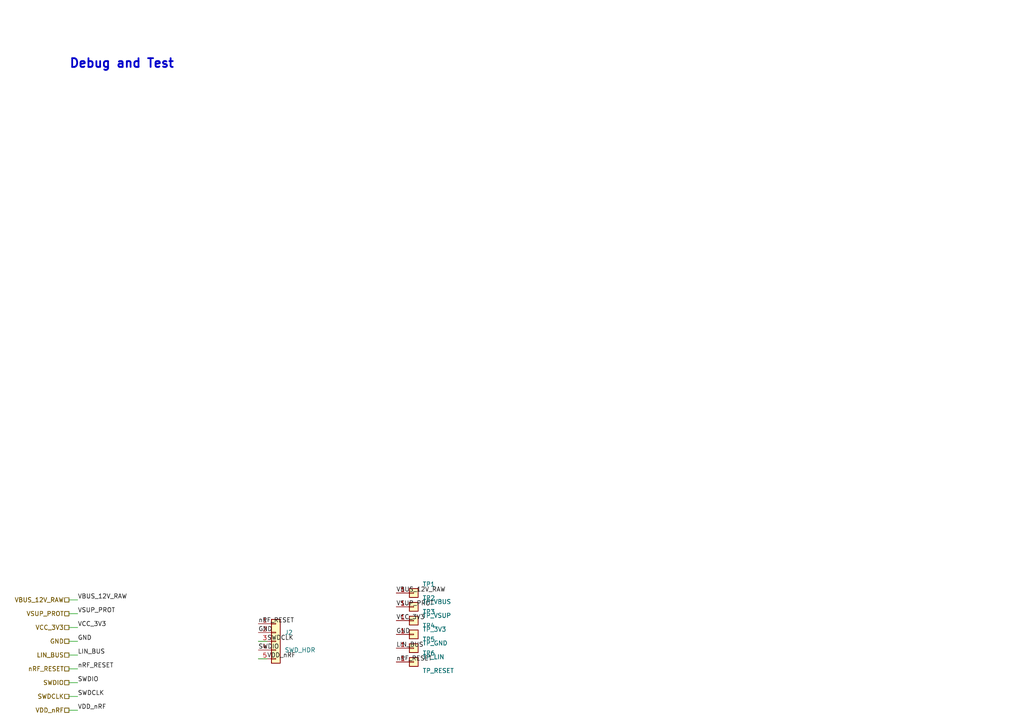
<source format=kicad_sch>
(kicad_sch (version 20250114) (generator "eeschema") (generator_version "9.0")
  (paper "A4")
  (lib_symbols
    (symbol "Connector_Generic:Conn_01x01" (pin_names (offset 1.016) (hide yes))
      (property "Reference" "J" (at 0 2.54 0))
      (property "Value" "Conn_01x01" (at 0 -2.54 0))
      (symbol "Conn_01x01_1_1"
        (rectangle (start -1.27 1.27) (end 1.27 -1.27) (stroke (width 0.254)) (fill (type background)))
        (rectangle (start -1.27 0.127) (end 0 -0.127) (stroke (width 0.1524)))
        (pin passive line (at -5.08 0 0) (length 3.81) (name "Pin_1") (number "1"))
      )
    )
    (symbol "Connector_Generic:Conn_01x03" (pin_names (offset 1.016) (hide yes))
      (property "Reference" "J" (at 0 5.08 0))
      (property "Value" "Conn_01x03" (at 0 -5.08 0))
      (symbol "Conn_01x03_1_1"
        (rectangle (start -1.27 3.81) (end 1.27 -3.81) (stroke (width 0.254)) (fill (type background)))
        (rectangle (start -1.27 2.667) (end 0 2.413) (stroke (width 0.1524)))
        (rectangle (start -1.27 0.127) (end 0 -0.127) (stroke (width 0.1524)))
        (rectangle (start -1.27 -2.413) (end 0 -2.667) (stroke (width 0.1524)))
        (pin passive line (at -5.08 2.54 0) (length 3.81) (name "Pin_1") (number "1"))
        (pin passive line (at -5.08 0 0) (length 3.81) (name "Pin_2") (number "2"))
        (pin passive line (at -5.08 -2.54 0) (length 3.81) (name "Pin_3") (number "3"))
      )
    )
    (symbol "Connector_Generic:Conn_01x05" (pin_names (offset 1.016) (hide yes))
      (property "Reference" "J" (at 0 7.62 0))
      (property "Value" "Conn_01x05" (at 0 -7.62 0))
      (symbol "Conn_01x05_1_1"
        (rectangle (start -1.27 6.35) (end 1.27 -6.35) (stroke (width 0.254)) (fill (type background)))
        (rectangle (start -1.27 5.207) (end 0 4.953) (stroke (width 0.1524)))
        (rectangle (start -1.27 2.667) (end 0 2.413) (stroke (width 0.1524)))
        (rectangle (start -1.27 0.127) (end 0 -0.127) (stroke (width 0.1524)))
        (rectangle (start -1.27 -2.413) (end 0 -2.667) (stroke (width 0.1524)))
        (rectangle (start -1.27 -4.953) (end 0 -5.207) (stroke (width 0.1524)))
        (pin passive line (at -5.08 5.08 0) (length 3.81) (name "Pin_1") (number "1"))
        (pin passive line (at -5.08 2.54 0) (length 3.81) (name "Pin_2") (number "2"))
        (pin passive line (at -5.08 0 0) (length 3.81) (name "Pin_3") (number "3"))
        (pin passive line (at -5.08 -2.54 0) (length 3.81) (name "Pin_4") (number "4"))
        (pin passive line (at -5.08 -5.08 0) (length 3.81) (name "Pin_5") (number "5"))
      )
    )
    (symbol "Device:Antenna_Chip" (pin_numbers (hide yes)) (pin_names (offset 1.016) (hide yes))
      (property "Reference" "AE" (at 0 5.08 0))
      (property "Value" "Antenna_Chip" (at 0 3.175 0))
      (symbol "Antenna_Chip_0_1"
        (polyline (pts (xy -2.54 0) (xy -2.54 -0.635)) (stroke (width 0.254)))
        (polyline (pts (xy -2.54 0) (xy -1.27 0)) (stroke (width 0.254)))
        (polyline (pts (xy -1.27 1.27) (xy -1.27 -1.27) (xy -1.27 0)) (stroke (width 0.254)))
        (polyline (pts (xy -0.635 1.27) (xy 0.635 1.27) (xy 0.635 -1.27) (xy -0.635 -1.27) (xy -0.635 1.27)) (stroke (width 0.254)))
        (polyline (pts (xy 1.27 1.27) (xy 1.27 -1.27)) (stroke (width 0.254)))
        (polyline (pts (xy 1.27 0) (xy 2.54 0)) (stroke (width 0.254)))
        (polyline (pts (xy 2.54 6.985) (xy 2.54 -1.905)) (stroke (width 0.254)))
        (polyline (pts (xy 2.54 -0.635) (xy 2.54 0)))
        (polyline (pts (xy 3.81 6.985) (xy 2.54 1.905) (xy 1.27 6.985)) (stroke (width 0.254)))
      )
      (symbol "Antenna_Chip_1_1"
        (pin input line (at -2.54 -2.54 90) (length 2.54) (name "FEED") (number "1"))
        (pin passive line (at 2.54 -2.54 90) (length 2.54) (name "PCB_Trace") (number "2"))
      )
    )
    (symbol "Device:C" (pin_numbers (hide yes)) (pin_names (offset 0.254))
      (property "Reference" "C" (at 0.635 2.54 0))
      (property "Value" "C" (at 0.635 -2.54 0))
      (symbol "C_0_1"
        (polyline (pts (xy -2.032 0.762) (xy 2.032 0.762)) (stroke (width 0.508)))
        (polyline (pts (xy -2.032 -0.762) (xy 2.032 -0.762)) (stroke (width 0.508)))
      )
      (symbol "C_1_1"
        (pin passive line (at 0 3.81 270) (length 2.794) (name "~") (number "1"))
        (pin passive line (at 0 -3.81 90) (length 2.794) (name "~") (number "2"))
      )
    )
    (symbol "Device:Crystal" (pin_numbers (hide yes)) (pin_names (offset 1.016) (hide yes))
      (property "Reference" "Y" (at 0 3.81 0))
      (property "Value" "Crystal" (at 0 -3.81 0))
      (symbol "Crystal_0_1"
        (polyline (pts (xy -2.54 0) (xy -1.905 0)))
        (polyline (pts (xy -1.905 -1.27) (xy -1.905 1.27)) (stroke (width 0.508)))
        (rectangle (start -1.143 2.54) (end 1.143 -2.54) (stroke (width 0.3048)))
        (polyline (pts (xy 1.905 -1.27) (xy 1.905 1.27)) (stroke (width 0.508)))
        (polyline (pts (xy 2.54 0) (xy 1.905 0)))
      )
      (symbol "Crystal_1_1"
        (pin passive line (at -3.81 0 0) (length 1.27) (name "1") (number "1"))
        (pin passive line (at 3.81 0 180) (length 1.27) (name "2") (number "2"))
      )
    )
    (symbol "Device:D" (pin_numbers (hide yes)) (pin_names (offset 1.016) (hide yes))
      (property "Reference" "D" (at 0 2.54 0))
      (property "Value" "D" (at 0 -2.54 0))
      (symbol "D_0_1"
        (polyline (pts (xy -1.27 1.27) (xy -1.27 -1.27)) (stroke (width 0.254)))
        (polyline (pts (xy 1.27 1.27) (xy 1.27 -1.27) (xy -1.27 0) (xy 1.27 1.27)) (stroke (width 0.254)))
        (polyline (pts (xy 1.27 0) (xy -1.27 0)))
      )
      (symbol "D_1_1"
        (pin passive line (at -3.81 0 0) (length 2.54) (name "K") (number "1"))
        (pin passive line (at 3.81 0 180) (length 2.54) (name "A") (number "2"))
      )
    )
    (symbol "Device:FerriteBead" (pin_numbers (hide yes)) (pin_names (offset 0))
      (property "Reference" "FB" (at -3.81 0.635 90))
      (property "Value" "FerriteBead" (at 3.81 0 90))
      (symbol "FerriteBead_0_1"
        (polyline (pts (xy -2.7686 0.4064) (xy -1.7018 2.2606) (xy 2.7686 -0.3048) (xy 1.6764 -2.159) (xy -2.7686 0.4064)))
        (polyline (pts (xy 0 1.27) (xy 0 1.2954)))
        (polyline (pts (xy 0 -1.27) (xy 0 -1.2192)))
      )
      (symbol "FerriteBead_1_1"
        (pin passive line (at 0 3.81 270) (length 2.54) (name "~") (number "1"))
        (pin passive line (at 0 -3.81 90) (length 2.54) (name "~") (number "2"))
      )
    )
    (symbol "Device:L" (pin_numbers (hide yes)) (pin_names (offset 1.016) (hide yes))
      (property "Reference" "L" (at -1.27 0 90))
      (property "Value" "L" (at 1.905 0 90))
      (symbol "L_0_1"
        (arc (start 0 2.54) (mid 0.6323 1.905) (end 0 1.27))
        (arc (start 0 1.27) (mid 0.6323 0.635) (end 0 0))
        (arc (start 0 0) (mid 0.6323 -0.635) (end 0 -1.27))
        (arc (start 0 -1.27) (mid 0.6323 -1.905) (end 0 -2.54))
      )
      (symbol "L_1_1"
        (pin passive line (at 0 3.81 270) (length 1.27) (name "1") (number "1"))
        (pin passive line (at 0 -3.81 90) (length 1.27) (name "2") (number "2"))
      )
    )
    (symbol "Device:R" (pin_numbers (hide yes)) (pin_names (offset 0))
      (property "Reference" "R" (at 2.032 0 90))
      (property "Value" "R" (at 0 0 90))
      (symbol "R_0_1"
        (rectangle (start -1.016 -2.54) (end 1.016 2.54) (stroke (width 0.254)))
      )
      (symbol "R_1_1"
        (pin passive line (at 0 3.81 270) (length 1.27) (name "~") (number "1"))
        (pin passive line (at 0 -3.81 90) (length 1.27) (name "~") (number "2"))
      )
    )
  )
  (text "Debug and Test" (at 20 20 0) (effects (font (size 2.54 2.54) (thickness 0.508) (bold yes)) (justify left bottom)))
  (hierarchical_label "VBUS_12V_RAW" (shape passive) (at 20 174 180))
  (hierarchical_label "VSUP_PROT" (shape passive) (at 20 178 180))
  (hierarchical_label "VCC_3V3" (shape passive) (at 20 182 180))
  (hierarchical_label "GND" (shape passive) (at 20 186 180))
  (hierarchical_label "LIN_BUS" (shape passive) (at 20 190 180))
  (hierarchical_label "nRF_RESET" (shape passive) (at 20 194 180))
  (hierarchical_label "SWDIO" (shape passive) (at 20 198 180))
  (hierarchical_label "SWDCLK" (shape passive) (at 20 202 180))
  (hierarchical_label "VDD_nRF" (shape passive) (at 20 206 180))
  (symbol (lib_id "Connector_Generic:Conn_01x05") (at 80 186 0) (unit 1)
    (property "Reference" "J2" (at 82.54 183.46 0) (effects (justify left)))
    (property "Value" "SWD_HDR" (at 82.54 188.54 0) (effects (justify left)))
  )
  (symbol (lib_id "Connector_Generic:Conn_01x01") (at 120 172 0) (unit 1)
    (property "Reference" "TP1" (at 122.54 169.46 0) (effects (justify left)))
    (property "Value" "TP_VBUS" (at 122.54 174.54 0) (effects (justify left)))
  )
  (symbol (lib_id "Connector_Generic:Conn_01x01") (at 120 176 0) (unit 1)
    (property "Reference" "TP2" (at 122.54 173.46 0) (effects (justify left)))
    (property "Value" "TP_VSUP" (at 122.54 178.54 0) (effects (justify left)))
  )
  (symbol (lib_id "Connector_Generic:Conn_01x01") (at 120 180 0) (unit 1)
    (property "Reference" "TP3" (at 122.54 177.46 0) (effects (justify left)))
    (property "Value" "TP_3V3" (at 122.54 182.54 0) (effects (justify left)))
  )
  (symbol (lib_id "Connector_Generic:Conn_01x01") (at 120 184 0) (unit 1)
    (property "Reference" "TP4" (at 122.54 181.46 0) (effects (justify left)))
    (property "Value" "TP_GND" (at 122.54 186.54 0) (effects (justify left)))
  )
  (symbol (lib_id "Connector_Generic:Conn_01x01") (at 120 188 0) (unit 1)
    (property "Reference" "TP5" (at 122.54 185.46 0) (effects (justify left)))
    (property "Value" "TP_LIN" (at 122.54 190.54 0) (effects (justify left)))
  )
  (symbol (lib_id "Connector_Generic:Conn_01x01") (at 120 192 0) (unit 1)
    (property "Reference" "TP6" (at 122.54 189.46 0) (effects (justify left)))
    (property "Value" "TP_RESET" (at 122.54 194.54 0) (effects (justify left)))
  )
  (wire (pts (xy 74.92 191.08) (xy 77.46 191.08)))
  (label "VDD_nRF" (at 77.46 191.08 0))
  (label "SWDIO" (at 74.92 188.54 0))
  (wire (pts (xy 74.92 186) (xy 77.46 186)))
  (label "SWDCLK" (at 77.46 186 0))
  (label "GND" (at 74.92 183.46 0))
  (label "nRF_RESET" (at 74.92 180.92 0))
  (label "VBUS_12V_RAW" (at 114.92 172 0))
  (label "VSUP_PROT" (at 114.92 176 0))
  (label "VCC_3V3" (at 114.92 180 0))
  (label "GND" (at 114.92 184 0))
  (label "LIN_BUS" (at 114.92 188 0))
  (label "nRF_RESET" (at 114.92 192 0))
  (wire (pts (xy 20 174) (xy 22.54 174)))
  (label "VBUS_12V_RAW" (at 22.54 174 0))
  (wire (pts (xy 20 178) (xy 22.54 178)))
  (label "VSUP_PROT" (at 22.54 178 0))
  (wire (pts (xy 20 182) (xy 22.54 182)))
  (label "VCC_3V3" (at 22.54 182 0))
  (wire (pts (xy 20 186) (xy 22.54 186)))
  (label "GND" (at 22.54 186 0))
  (wire (pts (xy 20 190) (xy 22.54 190)))
  (label "LIN_BUS" (at 22.54 190 0))
  (wire (pts (xy 20 194) (xy 22.54 194)))
  (label "nRF_RESET" (at 22.54 194 0))
  (wire (pts (xy 20 198) (xy 22.54 198)))
  (label "SWDIO" (at 22.54 198 0))
  (wire (pts (xy 20 202) (xy 22.54 202)))
  (label "SWDCLK" (at 22.54 202 0))
  (wire (pts (xy 20 206) (xy 22.54 206)))
  (label "VDD_nRF" (at 22.54 206 0))
  (hierarchical_label "VBUS_12V_RAW" (shape passive) (at 20 174 180))
  (hierarchical_label "VSUP_PROT" (shape passive) (at 20 178 180))
  (hierarchical_label "VCC_3V3" (shape passive) (at 20 182 180))
  (hierarchical_label "GND" (shape passive) (at 20 186 180))
  (hierarchical_label "LIN_BUS" (shape passive) (at 20 190 180))
  (hierarchical_label "nRF_RESET" (shape passive) (at 20 194 180))
  (hierarchical_label "SWDIO" (shape passive) (at 20 198 180))
  (hierarchical_label "SWDCLK" (shape passive) (at 20 202 180))
  (hierarchical_label "VDD_nRF" (shape passive) (at 20 206 180))
)
</source>
